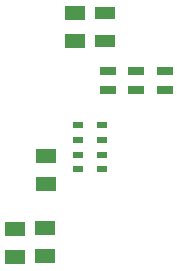
<source format=gtp>
G04*
G04 #@! TF.GenerationSoftware,Altium Limited,Altium Designer,22.9.1 (49)*
G04*
G04 Layer_Color=8421504*
%FSLAX25Y25*%
%MOIN*%
G70*
G04*
G04 #@! TF.SameCoordinates,238DCCA7-EAB9-45AF-8392-884DA2B8F986*
G04*
G04*
G04 #@! TF.FilePolarity,Positive*
G04*
G01*
G75*
%ADD13R,0.03740X0.02362*%
%ADD14R,0.07087X0.04724*%
%ADD15R,0.05512X0.03150*%
%ADD16R,0.06693X0.04331*%
D13*
X60500Y45500D02*
D03*
X52626Y35658D02*
D03*
Y40579D02*
D03*
Y45500D02*
D03*
Y50421D02*
D03*
X60500D02*
D03*
Y40579D02*
D03*
Y35658D02*
D03*
D14*
X42000Y30776D02*
D03*
Y40224D02*
D03*
X41500Y6776D02*
D03*
Y16224D02*
D03*
X31500Y6276D02*
D03*
Y15724D02*
D03*
X51500Y87724D02*
D03*
Y78276D02*
D03*
D15*
X72000Y62000D02*
D03*
Y68299D02*
D03*
X62500Y62000D02*
D03*
Y68299D02*
D03*
X81500Y62000D02*
D03*
Y68299D02*
D03*
D16*
X61500Y78276D02*
D03*
Y87724D02*
D03*
M02*

</source>
